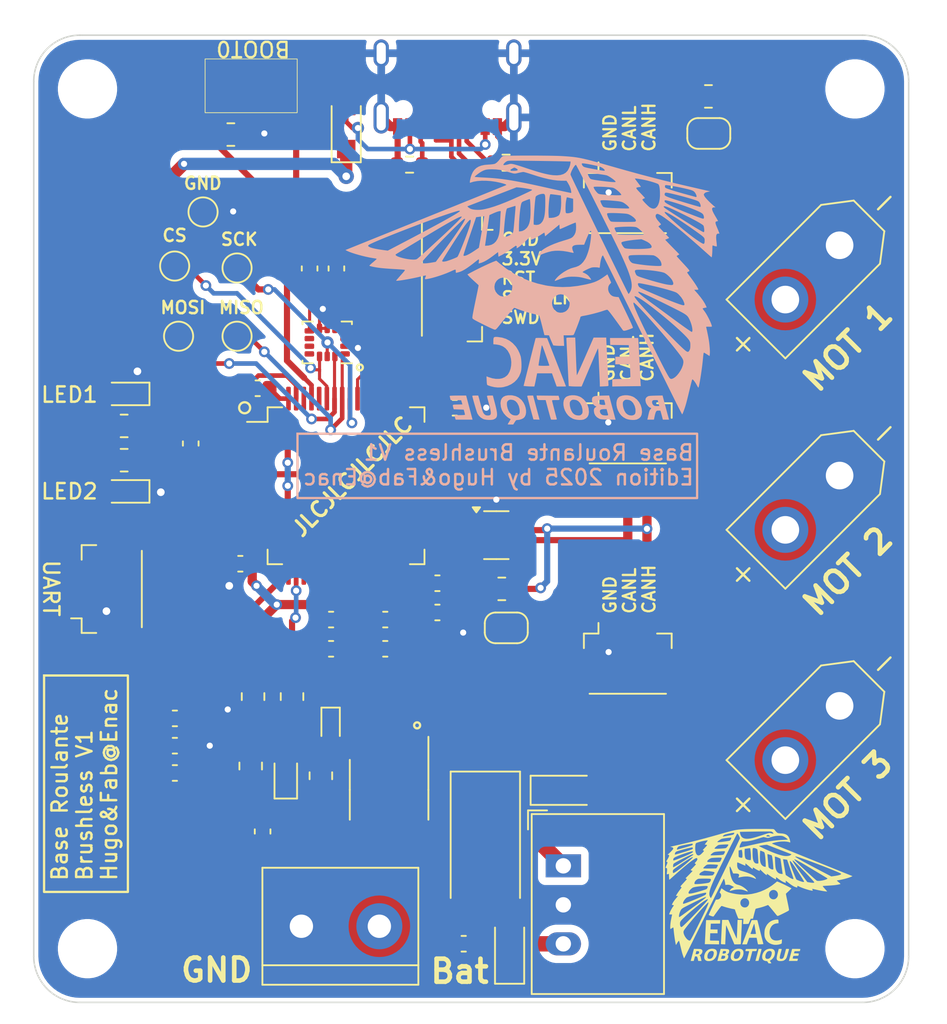
<source format=kicad_pcb>
(kicad_pcb (version 20240108) (generator "pcbnew") (generator_version "8.0")
  (layers (0 "F.Cu" signal) (31 "B.Cu" signal) (34 "B.Paste" user) (35 "F.Paste" user) (36 "B.SilkS" user "B.Silkscreen") (37 "F.SilkS" user "F.Silkscreen") (38 "B.Mask" user) (39 "F.Mask" user) (44 "Edge.Cuts" user))
  (net 0 "")
  (net 1 "+BATT")
  (net 2 "GND")
  (net 3 "+3.3V")
  (net 4 "+5V")
  (net 5 "Net-(D2-A)")
  (net 6 "VBUS")
  (net 7 "CAN_HIGH")
  (net 8 "Net-(JP1-B)")
  (net 11 "RST")
  (net 12 "SWCLK")
  (net 13 "SWDIO")
  (net 14 "USB_DP")
  (net 15 "USB_DM")
  (net 19 "MEAS_VBAT")
  (net 20 "LED2")
  (net 21 "/BOOT 0")
  (net 22 "LED1")
  (net 23 "SPI1_SCK")
  (net 24 "SPI1_MISO")
  (net 25 "SPI1_MOSI")
  (net 26 "SPI1_CS_IMU")
  (net 31 "OSCILATEUR")
  (net 44 "CAN_RX")
  (net 48 "CAN_TX")
  (net 51 "IMU_INT1")
  (net 55 "Net-(ALIM1-Pin_2)")
  (net 59 "Net-(LED1-A)")
  (net 60 "Net-(LED2-A)")
  (net 63 "CAN_LOW")
  (net 64 "Net-(D1-K)")
  (net 67 "Net-(Q2-G)")
  (net 68 "Net-(USB-C1-CC1)")
  (net 69 "Net-(USB-C1-CC2)")
  (net 72 "Net-(D5-A)")
  (net 74 "UART2_TX")
  (net 75 "UART2_RX")
  (net 76 "Net-(JP2-A)")
  (footprint "LED_SMD:LED_0603_1608Metric_Pad1.05x0.95mm_HandSolder" (layer "F.Cu") (at 103.378 112.214 180)
    (property "Reference" "LED2")
    (property "Value" "LED2" (hide yes))
  )
  (footprint "TestPoint:TestPoint_Pad_D1.5mm" (layer "F.Cu") (at 110.744 102.108)
    (property "Reference" "TP_MISO1" (hide yes))
    (property "Value" "TestPoint" (hide yes))
  )
  (footprint "Capacitor_SMD:C_0603_1608Metric" (layer "F.Cu") (at 124.928 106.767 180)
    (property "Reference" "C8" (hide yes))
    (property "Value" "100n" (hide yes))
  )
  (footprint "Resistor_SMD:R_0805_2012Metric" (layer "F.Cu") (at 111.787 125.5795 -90)
    (property "Reference" "R4" (hide yes))
    (property "Value" "10k")
  )
  (footprint "Package_SO:SOIC-8_3.9x4.9mm_P1.27mm" (layer "F.Cu") (at 120.65 131.649 -90)
    (property "Reference" "Q2" (hide yes))
    (property "Value" "IRF7424" (hide yes))
  )
  (footprint "Capacitor_SMD:C_0603_1608Metric" (layer "F.Cu") (at 115.4715 97.695 -90)
    (property "Reference" "C16" (hide yes))
    (property "Value" "100n" (hide yes))
  )
  (footprint "Capacitor_SMD:C_0603_1608Metric" (layer "F.Cu") (at 116.87 122.468 180)
    (property "Reference" "C14" (hide yes))
    (property "Value" "100n")
  )
  (footprint "ENAC_robotique:USB-C_HRO_C-31-M-12" (layer "F.Cu") (at 124.456 83.676 180)
    (property "Reference" "USB-C1")
    (property "Value" "USB-C_12pin")
  )
  (footprint "ENAC_robotique:LM3940IMP" (layer "F.Cu") (at 107.442 136.246 -90)
    (property "Reference" "Transfo5->3.3")
    (property "Value" "LM3940IMP-3.3" (hide yes))
  )
  (footprint "Jumper:SolderJumper-2_P1.3mm_Open_RoundedPad1.0x1.5mm" (layer "F.Cu") (at 128.285 121.104 180)
    (property "Reference" "JP1" (hide yes))
    (property "Value" "SolderJumper_2_Open" (hide yes))
  )
  (footprint "Connector_Molex:Molex_PicoBlade_53398-0371_1x03-1MP_P1.25mm_Vertical" (layer "F.Cu") (at 136.2 92.684)
    (property "Reference" "J1" (hide yes))
    (property "Value" "Conn_01x03_Pin" (hide yes))
  )
  (footprint "MountingHole:MountingHole_3.2mm_M3" (layer "F.Cu") (at 101 142)
    (property "Reference" "H4" (hide yes))
    (property "Value" "MountingHole" (hide yes))
  )
  (footprint "TestPoint:TestPoint_Pad_D1.5mm" (layer "F.Cu") (at 110.744 97.663)
    (property "Reference" "TP_SCK1" (hide yes))
    (property "Value" "TestPoint" (hide yes))
  )
  (footprint "Resistor_SMD:R_0805_2012Metric" (layer "F.Cu") (at 111.633 130.1015 90)
    (property "Reference" "R5" (hide yes))
    (property "Value" "osef")
  )
  (footprint "Connector_AMASS:AMASS_XT30UPB-F_1x02_P5.0mm_Vertical" (layer "F.Cu") (at 150 126.184 -135)
    (property "Reference" "MOT3" (hide yes))
    (property "Value" "MOT3" (hide yes))
  )
  (footprint "Capacitor_SMD:C_0603_1608Metric" (layer "F.Cu") (at 123.798 118.197 180)
    (property "Reference" "C9" (hide yes))
    (property "Value" "100n")
  )
  (footprint "ENAC_robotique:SWITCH_DTSM31NV" (layer "F.Cu") (at 111.662 85.798 180)
    (property "Reference" "SWITCH1" (hide yes))
    (property "Value" "SW_Push" (hide yes))
  )
  (footprint "Diode_SMD:Nexperia_CFP3_SOD-123W" (layer "F.Cu") (at 128.5 142.023 90)
    (property "Reference" "D2" (hide yes))
    (property "Value" "D" (hide yes))
  )
  (footprint "Capacitor_SMD:C_0603_1608Metric" (layer "F.Cu") (at 120.4 122.468 180)
    (property "Reference" "C12" (hide yes))
    (property "Value" "10n")
  )
  (footprint "Resistor_SMD:R_0805_2012Metric" (layer "F.Cu") (at 116.205 130.7365 -90)
    (property "Reference" "R2" (hide yes))
    (property "Value" "10k")
  )
  (footprint "MountingHole:MountingHole_3.2mm_M3" (layer "F.Cu") (at 151 86)
    (property "Reference" "H2" (hide yes))
    (property "Value" "MountingHole" (hide yes))
  )
  (footprint "Resistor_SMD:R_0603_1608Metric" (layer "F.Cu") (at 121.983 90.932 180)
    (property "Reference" "R8" (hide yes))
    (property "Value" "5.1K")
  )
  (footprint "Diode_SMD:D_SOD-523" (layer "F.Cu") (at 116.84 127.446 -90)
    (property "Reference" "ZENER1" (hide yes))
    (property "Value" "D_Zener" (hide yes))
  )
  (footprint "TestPoint:TestPoint_Pad_D1.5mm" (layer "F.Cu") (at 108.529 94.013)
    (property "Reference" "TP_GND1" (hide yes))
    (property "Value" "TestPoint" (hide yes))
  )
  (footprint "Package_QFP:LQFP-64_10x10mm_P0.5mm" (layer "F.Cu") (at 117.844 111.847)
    (property "Reference" "U1" (hide yes))
    (property "Value" "STM32G484RETx" (hide yes))
  )
  (footprint "Capacitor_SMD:C_0603_1608Metric" (layer "F.Cu") (at 106.693 130.556)
    (property "Reference" "C22" (hide yes))
    (property "Value" "10u" (hide yes))
  )
  (footprint "LED_SMD:LED_0603_1608Metric" (layer "F.Cu") (at 113.919 130.7345 90)
    (property "Reference" "D5" (hide yes))
    (property "Value" "LED_ALIM" (hide yes))
  )
  (footprint "MountingHole:MountingHole_3.2mm_M3" (layer "F.Cu") (at 151 142)
    (property "Reference" "H3" (hide yes))
    (property "Value" "MountingHole" (hide yes))
  )
  (footprint "Capacitor_Tantalum_SMD:CP_EIA-7343-31_Kemet-D_Pad2.25x2.55mm_HandSolder" (layer "F.Cu") (at 126.92 135.049 -90)
    (property "Reference" "C23" (hide yes))
    (property "Value" "100u")
  )
  (footprint "Resistor_SMD:R_0603_1608Metric" (layer "F.Cu") (at 128.27 90.805)
    (property "Reference" "R7" (hide yes))
    (property "Value" "5.1K")
  )
  (footprint "Capacitor_SMD:C_0603_1608Metric" (layer "F.Cu") (at 123.798 120.102 180)
    (property "Reference" "C11" (hide yes))
    (property "Value" "4.7u")
  )
  (footprint "Resistor_SMD:R_0805_2012Metric" (layer "F.Cu") (at 114.327 125.5795 90)
    (property "Reference" "R3" (hide yes))
    (property "Value" "53k")
  )
  (footprint "Connector_Molex:Molex_PicoBlade_53398-0371_1x03-1MP_P1.25mm_Vertical" (layer "F.Cu") (at 101.83 118.574 90)
    (property "Reference" "UART1" (hide yes))
    (property "Value" "Conn_01x03_Pin" (hide yes))
  )
  (footprint "Capacitor_SMD:C_0603_1608Metric" (layer "F.Cu") (at 117.2165 97.695 -90)
    (property "Reference" "C17" (hide yes))
    (property "Value" "100n")
  )
  (footprint "Capacitor_SMD:C_0603_1608Metric" (layer "F.Cu") (at 106.693 128.778)
    (property "Reference" "C21" (hide yes))
    (property "Value" "10u" (hide yes))
  )
  (footprint "Capacitor_SMD:C_0603_1608Metric" (layer "F.Cu") (at 116.87 120.563 180)
    (property "Reference" "C15" (hide yes))
    (property "Value" "1u")
  )
  (footprint "ENAC_robotique:logo_enac_mini" (layer "F.Cu") (at 143.764 138.176)
    (property "Reference" "G***" (hide yes))
    (property "Value" "LOGO" (hide yes))
  )
  (footprint "Converter_DCDC:Converter_DCDC_RECOM_R-78E-0.5_THT" (layer "F.Cu") (at 132 136.604 -90)
    (property "Reference" "Transfo18->5" (hide yes))
    (property "Value" "R-78E5.0-1.0" (hide yes))
  )
  (footprint "TestPoint:TestPoint_Pad_D1.5mm" (layer "F.Cu") (at 106.934 102.108)
    (property "Reference" "TP_MOSI1" (hide yes))
    (property "Value" "TestPoint" (hide yes))
  )
  (footprint "Capacitor_SMD:C_0603_1608Metric" (layer "F.Cu") (at 125.51 141.678 180)
    (property "Reference" "C24" (hide yes))
    (property "Value" "10u")
  )
  (footprint "ENAC_robotique:Osc_ASCO" (layer "F.Cu") (at 109.836 109.686 -90)
    (property "Reference" "QUARTZ1" (hide yes))
    (property "Value" "ASCO" (hide yes))
  )
  (footprint "Connector_AMASS:AMASS_XT30UPB-F_1x02_P5.0mm_Vertical" (layer "F.Cu") (at 150 111.184 -135)
    (property "Reference" "MOT2" (hide yes))
    (property "Value" "MOT3" (hide yes))
  )
  (footprint "LED_SMD:LED_0603_1608Metric_Pad1.05x0.95mm_HandSolder" (layer "F.Cu") (at 103.378 105.864 180)
    (property "Reference" "LED1")
    (property "Value" "LED1" (hide yes))
  )
  (footprint "Resistor_SMD:R_0805_2012Metric" (layer "F.Cu") (at 127.9925 118.564)
    (property "Reference" "R1" (hide yes))
    (property "Value" "120")
  )
  (footprint "Capacitor_SMD:C_0603_1608Metric" (layer "F.Cu") (at 107.726 109.095 -90)
    (property "Reference" "C18" (hide yes))
    (property "Value" "100n")
  )
  (footprint "Capacitor_SMD:C_0603_1608Metric" (layer "F.Cu") (at 110.958 116.927)
    (property "Reference" "C7" (hide yes))
    (property "Value" "100n")
  )
  (footprint "Connector_Molex:Molex_PicoBlade_53398-0371_1x03-1MP_P1.25mm_Vertical" (layer "F.Cu") (at 136.2 107.684)
    (property "Reference" "J2" (hide yes))
    (property "Value" "Conn_01x03_Pin" (hide yes))
  )
  (footprint "TerminalBlock:TerminalBlock_bornier-2_P5.08mm" (layer "F.Cu") (at 114.935 140.539)
    (property "Reference" "ALIM1" (hide yes))
    (property "Value" "ALIM" (hide yes))
  )
  (footprint "Capacitor_SMD:C_0603_1608Metric" (layer "F.Cu") (at 112.088 105.497)
    (property "Reference" "C10" (hide yes))
    (property "Value" "100n")
  )
  (footprint "Resistor_SMD:R_0805_2012Metric" (layer "F.Cu") (at 141.4545 86.487)
    (property "Reference" "R11" (hide yes))
    (property "Value" "120")
  )
  (footprint "Capacitor_SMD:C_0603_1608Metric" (layer "F.Cu") (at 106.693 127)
    (property "Reference" "C20" (hide yes))
    (property "Value" "10u")
  )
  (footprint "Diode_SMD:Nexperia_CFP3_SOD-123W" (layer "F.Cu") (at 117.856 88.516 90)
    (property "Reference" "D3" (hide yes))
    (property "Value" "D" (hide yes))
  )
  (footprint "Capacitor_SMD:C_0603_1608Metric" (layer "F.Cu") (at 120.4 120.563 180)
    (property "Reference" "C13" (hide yes))
    (property "Value" "1u")
  )
  (footprint "Connector_AMASS:AMASS_XT30UPB-F_1x02_P5.0mm_Vertical" (layer "F.Cu") (at 150 96.184 -135)
    (property "Reference" "MOT1" (hide yes))
    (property "Value" "MOT3" (hide yes))
  )
  (footprint "Jumper:SolderJumper-2_P1.3mm_Open_RoundedPad1.0x1.5mm" (layer "F.Cu") (at 141.478 88.9 180)
    (property "Reference" "JP2" (hide yes))
    (property "Value" "SolderJumper_2_Open" (hide yes))
  )
  (footprint "Diode_SMD:Nexperia_CFP3_SOD-123W" (layer "F.Cu") (at 132.13 131.684)
    (property "Reference" "D1" (hide yes))
    (property "Value" "D" (hide yes))
  )
  (footprint "Resistor_SMD:R_0805_2012Metric" (layer "F.Cu") (at 103.3875 110.182 180)
    (property "Reference" "R6" (hide yes))
    (property "Value" "osef" (hide yes))
  )
  (footprint "Package_TO_SOT_SMD:SOT-23-8" (layer "F.Cu") (at 127.635 115.064)
    (property "Reference" "U2" (hide yes))
    (property "Value" "TCAN332G" (hide yes))
  )
  (footprint "MountingHole:MountingHole_3.2mm_M3" (layer "F.Cu") (at 101 86)
    (property "Reference" "H1" (hide yes))
    (property "Value" "MountingHole" (hide yes))
  )
  (footprint "Resistor_SMD:R_0805_2012Metric" (layer "F.Cu") (at 103.3875 107.95 180)
    (property "Reference" "R10" (hide yes))
    (property "Value" "osef")
  )
  (footprint "Connector_Molex:Molex_PicoBlade_53398-0571_1x05-1MP_P1.25mm_Vertical" (layer "F.Cu") (at 125.496 98.338 -90)
    (property "Reference" "DEBUG1" (hide yes))
    (property "Value" "DEBUG")
  )
  (footprint "Connector_Molex:Molex_PicoBlade_53398-0371_1x03-1MP_P1.25mm_Vertical" (layer "F.Cu") (at 136.2 122.684)
    (property "Reference" "J3" (hide yes))
    (property "Value" "Conn_01x03_Pin" (hide yes))
  )
  (footprint "Package_LGA:LGA-14_3x2.5mm_P0.5mm_LayoutBorder3x4y" (layer "F.Cu") (at 116.6175 102.51 180)
    (property "Reference" "IMU1" (hide yes))
    (property "Value" "LSM6DSL" (hide yes))
  )
  (footprint "Capacitor_SMD:C_0603_1608Metric" (layer "F.Cu") (at 112.409 134.366 -90)
    (property "Reference" "C19" (hide yes))
    (property "Value" "470n")
  )
  (footprint "Resistor_SMD:R_0805_2012Metric" (layer "F.Cu") (at 110.3395 88.973)
    (property "Reference" "R9" (hide yes))
    (property "Value" "40K")
  )
  (footprint "TestPoint:TestPoint_Pad_D1.5mm" (layer "F.Cu") (at 106.68 97.536)
    (property "Reference" "TP_CS1" (hide yes))
    (property "Value" "TestPoint" (hide yes))
  )
  (footprint "ENAC_robotique:logo_enac_moyen" (layer "B.Cu") (at 131.953 98.298 180)
    (property "Reference" "G***" (hide yes))
    (property "Value" "LOGO" (hide yes))
  )
  (gr_rect (start 114.681 108.458) (end 140.716 112.649) (stroke (width 0.15)) (fill none) (layer "B.SilkS"))
  (gr_rect (start 98.171 124.206) (end 103.632 138.303) (stroke (width 0.15)) (fill none) (layer "F.SilkS"))
  (gr_circle (center 122.475 127.454) (end 122.602 127.30521) (stroke (width 0.15)) (fill none) (layer "F.SilkS"))
  (gr_circle (center 111.238 106.767) (end 111.492 106.513) (stroke (width 0.15)) (fill none) (layer "F.SilkS"))
  (gr_circle (center 118.745 104.14) (end 118.872 103.99121) (stroke (width 0.15)) (fill none) (layer "F.SilkS"))
  (gr_arc (start 151.5 82.5) (mid 153.62132 83.37868) (end 154.5 85.5) (stroke (width 0.1)) (layer "Edge.Cuts"))
  (gr_line (start 154.5 85.5) (end 154.5 142.5) (stroke (width 0.1)) (layer "Edge.Cuts"))
  (gr_line (start 97.5 142.5) (end 97.5 85.5) (stroke (width 0.1)) (layer "Edge.Cuts"))
  (gr_arc (start 97.5 85.5) (mid 98.37868 83.37868) (end 100.5 82.5) (stroke (width 0.1)) (layer "Edge.Cuts"))
  (gr_arc (start 154.5 142.5) (mid 153.62132 144.62132) (end 151.5 145.5) (stroke (width 0.1)) (layer "Edge.Cuts"))
  (gr_line (start 151.5 145.5) (end 100.5 145.5) (stroke (width 0.1)) (layer "Edge.Cuts"))
  (gr_line (start 100.5 82.5) (end 151.5 82.5) (stroke (width 0.1)) (layer "Edge.Cuts"))
  (gr_arc (start 100.5 145.5) (mid 98.37868 144.62132) (end 97.5 142.5) (stroke (width 0.1)) (layer "Edge.Cuts"))
  (gr_text "Base Roulante Brushless V1 \nEdition 2025 by Hugo&Fab@Enac" (at 140.589 111.887 0) (layer "B.SilkS") (effects (font (size 1 1) (thickness 0.16)) (justify left bottom mirror)))
  (gr_text "RST" (at 127.889 98.806 0) (layer "F.SilkS") (effects (font (size 0.8 0.8)) (justify left bottom)))
  (gr_text "Bat" (at 123.19 144.349 0) (layer "F.SilkS") (effects (font (size 1.5 1.5) (thickness 0.3) (bold yes)) (justify left bottom)))
  (gr_text "Base Roulante \nBrushless V1 \nHugo&Fab@Enac" (at 103 137.668 90) (layer "F.SilkS") (effects (font (size 1 1) (thickness 0.16)) (justify left bottom)))
  (gr_text "GND" (at 135.382 105.156 90) (layer "F.SilkS") (effects (font (size 0.8 0.8)) (justify left bottom)))
  (gr_text "SWDCLK" (at 127.889 100.076 0) (layer "F.SilkS") (effects (font (size 0.8 0.8)) (justify left bottom)))
  (gr_text "GND" (at 106.934 144.272 0) (layer "F.SilkS") (effects (font (size 1.5 1.5) (thickness 0.3) (bold yes)) (justify left bottom)))
  (gr_text "BOOT0" (at 114.3 82.804 180) (layer "F.SilkS") (effects (font (size 1 1) (thickness 0.153) (bold yes)) (justify left bottom)))
  (gr_text "SWDIO" (at 127.889 101.346 0) (layer "F.SilkS") (effects (font (size 0.8 0.8)) (justify left bottom)))
  (gr_text "MISO" (at 109.474 100.711 0) (layer "F.SilkS") (effects (font (size 0.8 0.8) (thickness 0.16)) (justify left bottom)))
  (gr_text "UART" (at 98.044 116.586 -90) (layer "F.SilkS") (effects (font (size 1 1) (thickness 0.16)) (justify left bottom)))
  (gr_text "CS" (at 105.791 96.012 0) (layer "F.SilkS") (effects (font (size 0.8 0.8) (thickness 0.16)) (justify left bottom)))
  (gr_text "MOT 3" (at 150.535534 132.018466 45) (layer "F.SilkS") (effects (font (size 1.5 1.5) (thickness 0.3) (bold yes))))
  (gr_text "SCK" (at 109.601 96.266 0) (layer "F.SilkS") (effects (font (size 0.8 0.8) (thickness 0.16)) (justify left bottom)))
  (gr_text "CANL" (at 136.779 90.17 90) (layer "F.SilkS") (effects (font (size 0.8 0.8)) (justify left bottom)))
  (gr_text "CANH" (at 138.049 120.269 90) (layer "F.SilkS") (effects (font (size 0.8 0.8)) (justify left bottom)))
  (gr_text "GND" (at 107.188 92.616 0) (layer "F.SilkS") (effects (font (size 0.8 0.8) (thickness 0.16)) (justify left bottom)))
  (gr_text "CANH" (at 137.922 105.156 90) (layer "F.SilkS") (effects (font (size 0.8 0.8)) (justify left bottom)))
  (gr_text "CANL" (at 136.779 120.269 90) (layer "F.SilkS") (effects (font (size 0.8 0.8)) (justify left bottom)))
  (gr_text "GND" (at 127.889 96.266 0) (layer "F.SilkS") (effects (font (size 0.8 0.8)) (justify left bottom)))
  (gr_text "3.3V" (at 127.889 97.536 0) (layer "F.SilkS") (effects (font (size 0.8 0.8)) (justify left bottom)))
  (gr_text "GND" (at 135.509 120.269 90) (layer "F.SilkS") (effects (font (size 0.8 0.8)) (justify left bottom)))
  (gr_text "MOT 1" (at 150.535534 102.808466 45) (layer "F.SilkS") (effects (font (size 1.5 1.5) (thickness 0.3) (bold yes))))
  (gr_text "CANL" (at 136.652 105.156 90) (layer "F.SilkS") (effects (font (size 0.8 0.8)) (justify left bottom)))
  (gr_text "GND" (at 135.509 90.17 90) (layer "F.SilkS") (effects (font (size 0.8 0.8)) (justify left bottom)))
  (gr_text "JLCJLCJLCJLC" (at 114.935 115.389 45) (layer "F.SilkS") (effects (font (size 1 1) (thickness 0.2) (bold yes)) (justify left bottom)))
  (gr_text "CANH" (at 138.049 90.17 90) (layer "F.SilkS") (effects (font (size 0.8 0.8)) (justify left bottom)))
  (gr_text "MOSI" (at 105.664 100.711 0) (layer "F.SilkS") (effects (font (size 0.8 0.8) (thickness 0.16)) (justify left bottom)))
  (gr_text "MOT 2" (at 150.535534 117.413466 45) (layer "F.SilkS") (effects (font (size 1.5 1.5) (thickness 0.3) (bold yes))))
  (segment (start 111.313 105.497) (end 109.183882 105.497) (width 0.4) (layer "F.Cu") (net 2))
  (segment (start 130.064 139.144) (end 132 139.144) (width 1) (layer "F.Cu") (net 2))
  (segment (start 112.409 135.141) (end 112.409 138.013) (width 1) (layer "F.Cu") (net 2))
  (segment (start 104.253 105.864) (end 104.253 104.394) (width 0.6) (layer "F.Cu") (net 2))
  (segment (start 126.973 106.767) (end 126.98 106.76) (width 0.6) (layer "F.Cu") (net 2))
  (segment (start 124.573 120.102) (end 124.573 118.197) (width 1) (layer "F.Cu") (net 2))
  (segment (start 124.735 141.678) (end 124.735 140.434) (width 1) (layer "F.Cu") (net 2))
  (segment (start 114.594 106.172) (end 114.594 105.29388) (width 0.3) (layer "F.Cu") (net 2))
  (segment (start 107.726 109.87) (end 107.726 109.614408) (width 0.3) (layer "F.Cu") (net 2))
  (segment (start 119.094 116.64388) (end 119.34088 116.397) (width 0.3) (layer "F.Cu") (net 2))
  (segment (start 116.6175 101.5975) (end 116.1175 101.5975) (width 0.2) (layer "F.Cu") (net 2))
  (segment (start 121.619 95.838) (end 126.746 95.838) (width 0.6) (layer "F.Cu") (net 2))
  (segment (start 121.175 122.468) (end 121.175 120.563) (width 0.8) (layer "F.Cu") (net 2))
  (segment (start 110.183 118.311) (end 110.236 118.364) (width 0.6) (layer "F.Cu") (net 2))
  (segment (start 106.851 107.829882) (end 106.865645 107.815237) (width 0.4) (layer "F.Cu") (net 2))
  (segment (start 126.92 138.249) (end 129.169 138.249) (width 1) (layer "F.Cu") (net 2))
  (segment (start 128.181 88.451) (end 128.776 87.856) (width 0.6) (layer "F.Cu") (net 2))
  (segment (start 121.158 95.157) (end 121.158 90.932) (width 0.6) (layer "F.Cu") (net 2))
  (segment (start 112.138 104.672) (end 111.313 105.497) (width 0.3) (layer "F.Cu") (net 2))
  (segment (start 127.706 88.451) (end 128.181 88.451) (width 0.6) (layer "F.Cu") (net 2))
  (segment (start 111.252 88.973) (end 112.449 88.973) (width 0.4) (layer "F.Cu") (net 2))
  (segment (start 112.409 138.013) (end 114.935 140.539) (width 1) (layer "F.Cu") (net 2))
  (segment (start 100.58 119.824) (end 102.044 119.824) (width 0.6) (layer "F.Cu") (net 2))
  (segment (start 117.2165 96.92) (end 119.395 96.92) (width 0.6) (layer "F.Cu") (net 2))
  (segment (start 129.095 90.487) (end 129.095 90.805) (width 0.3) (layer "F.Cu") (net 2))
  (segment (start 116.205 131.649) (end 114.046 131.649) (width 1) (layer "F.Cu") (net 2))
  (segment (start 127.5008 114.739) (end 127.635 114.6048) (width 0.3) (layer "F.Cu") (net 2))
  (segment (start 107.442 130.582) (end 107.468 130.556) (width 0.8) (layer "F.Cu") (net 2))
  (segment (start 127.706 88.451) (end 127.706 89.098) (width 0.3) (layer "F.Cu") (net 2))
  (segment (start 134.95 107.7) (end 134.93 107.72) (width 0.6) (layer "F.Cu") (net 2))
  (segment (start 124.39712 108.597) (end 125.703 107.29112) (width 0.3) (layer "F.Cu") (net 2))
  (segment (start 119.094 117.522) (end 119.094 116.64388) (width 0.3) (layer "F.Cu") (net 2))
  (segment (start 107.442 139.396) (end 113.792 139.396) (width 1) (layer "F.Cu") (net 2))
  (segment (start 121.094 117.522) (end 121.094 120.482) (width 0.3) (layer "F.Cu") (net 2))
  (segment (start 129.169 138.249) (end 130.064 139.144) (width 1) (layer "F.Cu") (net 2))
  (segment (start 113.97212 104.672) (end 112.138 104.672) (width 0.3) (layer "F.Cu") (net 2))
  (segment (start 121.094 116.64388) (end 121.094 117.522) (width 0.3) (layer "F.Cu") (net 2))
  (segment (start 121.175 122.468) (end 122.207 122.468) (width 0.6) (layer "F.Cu") (net 2))
  (segment (start 127.635 114.6048) (end 127.635 112.7506) (width 0.3) (layer "F.Cu") (net 2))
  (segment (start 121.206 88.451) (end 121.206 90.884) (width 0.4) (layer "F.Cu") (net 2))
  (segment (start 120.731 88.451) (end 120.136 87.856) (width 0.6) (layer "F.Cu") (net 2))
  (segment (start 126.4975 114.739) (end 127.5008 114.739) (width 0.3) (layer "F.Cu") (net 2))
  (segment (start 105.723 112.214) (end 105.777 112.268) (width 0.6) (layer "F.Cu") (net 2))
  (segment (start 134.95 106.434) (end 134.95 107.7) (width 0.6) (layer "F.Cu") (net 2))
  (segment (start 114.594 105.29388) (end 113.97212 104.672) (width 0.3) (layer "F.Cu") (net 2))
  (segment (start 118.508 102.76) (end 118.618 102.87) (width 0.2) (layer "F.Cu") (net 2))
  (segment (start 121.206 88.451) (end 120.731 88.451) (width 0.6) (layer "F.Cu") (net 2))
  (segment (start 112.449 88.973) (end 112.522 88.9) (width 0.4) (layer "F.Cu") (net 2))
  (segment (start 111.29088 115.097) (end 110.183 116.20488) (width 0.3) (layer "F.Cu") (net 2))
  (segment (start 113.792 139.396) (end 114.935 140.539) (width 1) (layer "F.Cu") (net 2))
  (segment (start 112.409 135.141) (end 112.884 135.141) (width 1) (layer "F.Cu") (net 2))
  (segment (start 120.6 124) (end 121.175 123.425) (width 0.8) (layer "F.Cu") (net 2))
  (segment (start 108.092 110.236) (end 107.726 109.87) (width 0.4) (layer "F.Cu") (net 2))
  (segment (start 116.095 120.563) (end 116.095 122.468) (width 0.8) (layer "F.Cu") (net 2))
  (segment (start 104.914408 105.864) (end 106.865645 107.815237) (width 0.4) (layer "F.Cu") (net 2))
  (segment (start 110.183 116.20488) (end 110.183 116.927) (width 0.3) (layer "F.Cu") (net 2))
  (segment (start 121.206 90.884) (end 121.158 90.932) (width 0.4) (layer "F.Cu") (net 2))
  (segment (start 124.573 120.102) (end 124.573 120.509) (width 0.6) (layer "F.Cu") (net 2))
  (segment (start 124.573 120.509) (end 125.476 121.412) (width 0.6) (layer "F.Cu") (net 2))
  (segment (start 102.044 119.824) (end 102.235 120.015) (width 0.6) (layer "F.Cu") (net 2))
  (segment (start 115.4715 96.92) (end 117.2165 96.92) (width 0.6) (layer "F.Cu") (net 2))
  (segment (start 107.442 133.096) (end 107.442 130.582) (width 0.8) (layer "F.Cu") (net 2))
  (segment (start 110.209 126.492) (end 110.136 126.419) (width 0.6) (layer "F.Cu") (net 2))
  (segment (start 119.395 96.92) (end 121.158 95.157) (width 0.6) (layer "F.Cu") (net 2))
  (segment (start 110.457 94.013) (end 110.49 93.98) (width 0.4) (layer "F.Cu") (net 2))
  (segment (start 123.519 108.597) (end 124.39712 108.597) (width 0.3) (layer "F.Cu") (net 2))
  (segment (start 109.436 110.236) (end 108.092 110.236) (width 0.4) (layer "F.Cu") (net 2))
  (segment (start 114.046 131.649) (end 113.919 131.522) (width 1) (layer "F.Cu") (net 2))
  (segment (start 134.95 91.434) (end 134.95 92.74) (width 0.6) (layer "F.Cu") (net 2))
  (segment (start 121.175 123.425) (end 121.175 122.468) (width 0.8) (layer "F.Cu") (net 2))
  (segment (start 104.914408 105.864) (end 104.253 105.864) (width 0.4) (layer "F.Cu") (net 2))
  (segment (start 125.703 106.767) (end 126.973 106.767) (width 0.6) (layer "F.Cu") (net 2))
  (segment (start 117.78 102.76) (end 118.508 102.76) (width 0.2) (layer "F.Cu") (net 2))
  (segment (start 127.706 89.098) (end 129.095 90.487) (width 0.3) (layer "F.Cu") (net 2))
  (segment (start 113.919 134.106) (end 113.919 131.522) (width 1) (layer "F.Cu") (net 2))
  (segment (start 106.851 108.995) (end 106.851 107.829882) (width 0.4) (layer "F.Cu") (net 2))
  (segment (start 110.183 116.927) (end 110.183 118.311) (width 0.6) (layer "F.Cu") (net 2))
  (segment (start 121.094 120.482) (end 121.175 120.563) (width 0.3) (layer "F.Cu") (net 2))
  (segment (start 134.95 121.434) (end 134.95 122.68) (width 0.6) (layer "F.Cu") (net 2))
  (segment (start 112.169 115.097) (end 111.29088 115.097) (width 0.3) (layer "F.Cu") (net 2))
  (segment (start 116.1175 101.5975) (end 116.1175 100.5445) (width 0.2) (layer "F.Cu") (net 2))
  (segment (start 116.095 123.495) (end 116.6 124) (width 0.8) (layer "F.Cu") (net 2))
  (segment (start 107.468 128.778) (end 108.966 128.778) (width 0.8) (layer "F.Cu") (net 2))
  (segment (start 107.468 127) (end 107.468 130.556) (width 0.8) (layer "F.Cu") (net 2))
  (segment (start 107.726 109.87) (end 106.851 108.995) (width 0.4) (layer "F.Cu") (net 2))
  (segment (start 116.095 122.468) (end 116.095 123.495) (width 0.8) (layer "F.Cu") (net 2))
  (segment (start 108.529 94.013) (end 110.457 94.013) (width 0.4) (layer "F.Cu") (net 2))
  (segment (start 116.6 124) (end 120.6 124) (width 0.8) (layer "F.Cu") (net 2))
  (segment (start 109.183882 105.497) (end 106.851 107.829882) (width 0.4) (layer "F.Cu") (net 2))
  (segment (start 121.158 88.499) (end 121.206 88.451) (width 0.4) (layer "F.Cu") (net 2))
  (segment (start 119.34088 116.397) (end 120.84712 116.397) (width 0.3) (layer "F.Cu") (net 2))
  (segment (start 112.884 135.141) (end 113.919 134.106) (width 1) (layer "F.Cu") (net 2))
  (segment (start 104.253 112.214) (end 105.723 112.214) (width 0.6) (layer "F.Cu") (net 2))
  (segment (start 111.787 126.492) (end 110.209 126.492) (width 0.6) (layer "F.Cu") (net 2))
  (segment (start 117.78 102.26) (end 117.78 102.76) (width 0.2) (layer "F.Cu") (net 2))
  (segment (start 121.158 95.377) (end 121.619 95.838) (width 0.6) (layer "F.Cu") (net 2))
  (segment (start 107.468 127) (end 107.468 126.666) (width 0.6) (layer "F.Cu") (net 2))
  (segment (start 122.207 122.468) (end 124.573 120.102) (width 0.6) (layer "F.Cu") (net 2))
  (segment (start 121.158 95.157) (end 121.158 95.377) (width 0.6) (layer "F.Cu") (net 2))
  (segment (start 125.703 107.29112) (end 125.703 106.767) (width 0.3) (layer "F.Cu") (net 2))
  (segment (start 116.1175 100.5445) (end 116.332 100.33) (width 0.2) (layer "F.Cu") (net 2))
  (segment (start 124.735 140.434) (end 126.92 138.249) (width 1) (layer "F.Cu") (net 2))
  (segment (start 120.84712 116.397) (end 121.094 116.64388) (width 0.3) (layer "F.Cu") (net 2))
  (via (at 110.136 126.419) (size 0.7) (drill 0.4) (layers "F.Cu" "B.Cu") (net 2))
  (via (at 125.476 121.412) (size 0.7) (drill 0.4) (layers "F.Cu" "B.Cu") (net 2))
  (via (at 134.95 92.74) (size 0.7) (drill 0.4) (layers "F.Cu" "B.Cu") (net 2))
  (via (at 126.98 106.76) (size 0.7) (drill 0.4) (layers "F.Cu" "B.Cu") (net 2))
  (via (at 116.332 100.33) (size 0.7) (drill 0.4) (layers "F.Cu" "B.Cu") (net 2))
  (via (at 134.93 107.72) (size 0.7) (drill 0.4) (layers "F.Cu" "B.Cu") (net 2))
  (via (at 134.95 122.68) (size 0.7) (drill 0.4) (layers "F.Cu" "B.Cu") (net 2))
  (via (at 110.236 118.364) (size 1) (drill 0.5) (layers "F.Cu" "B.Cu") (net 2))
  (via (at 105.777 112.268) (size 1) (drill 0.5) (layers "F.Cu" "B.Cu") (net 2))
  (via (at 108.966 128.778) (size 0.8) (drill 0.4) (layers "F.Cu" "B.Cu") (net 2))
  (via (at 118.618 102.87) (size 0.7) (drill 0.4) (layers "F.Cu" "B.Cu") (net 2))
  (via (at 127.635 112.7506) (size 0.8) (drill 0.4) (layers "F.Cu" "B.Cu") (net 2))
  (via (at 104.253 104.394) (size 1) (drill 0.5) (layers "F.Cu" "B.Cu") (net 2))
  (via (at 112.522 88.9) (size 0.7) (drill 0.4) (layers "F.Cu" "B.Cu") (net 2))
  (via (at 110.49 93.98) (size 0.7) (drill 0.4) (layers "F.Cu" "B.Cu") (net 2))
  (via (at 102.235 120.015) (size 1) (drill 0.5) (layers "F.Cu" "B.Cu") (net 2))
  (segment (start 123.3332 97.088) (end 126.746 97.088) (width 0.6) (layer "F.Cu") (net 3))
  (segment (start 123.698 117.0432) (end 123.023 117.7182) (width 0.3) (layer "F.Cu") (net 3))
  (segment (start 114.5965 85.8135) (end 114.5965 97.595) (width 0.4) (layer "F.Cu") (net 3))
  (segment (start 117.645 122.468) (end 117.645 120.563) (width 1) (layer "F.Cu") (net 3))
  (segment (start 128.897 105.037) (end 128.27 105.664) (width 0.3) (layer "F.Cu") (net 3))
  (segment (start 121.594 115.824) (end 121.594 117.522) (width 0.3) (layer "F.Cu") (net 3))
  (segment (start 128.897 98.925) (end 127.06 97.088) (width 0.3) (layer "F.Cu") (net 3))
  (segment (start 123.023 118.197) (end 123.023 120.102) (width 1) (layer "F.Cu") (net 3))
  (segment (start 119.594 120.532) (end 119.625 120.563) (width 0.3) (layer "F.Cu") (net 3))
  (segment (start 126.4975 115.389) (end 127.4794 115.389) (width 0.3) (layer "F.Cu") (net 3))
  (segment (start 115.455 101.76) (end 115.455 101.397068) (width 0.2) (layer "F.Cu") (net 3))
  (segment (start 127.06 97.088) (end 126.746 97.088) (width 0.3) (layer "F.Cu") (net 3))
  (segment (start 114.046 115.824) (end 121.594 115.824) (width 0.4) (layer "F.Cu") (net 3))
  (segment (start 111.733 116.033) (end 112.169 115.597) (width 0.3) (layer "F.Cu") (net 3))
  (segment (start 112.863 105.497) (end 112.863 107.021) (width 0.4) (layer "F.Cu") (net 3))
  (segment (start 113.538 106.172) (end 112.863 105.497) (width 0.3) (layer "F.Cu") (net 3))
  (segment (start 112.863 105.497) (end 110.236 108.124) (width 0.4) (layer "F.Cu") (net 3))
  (segment (start 120.094 117.522) (end 120.094 120.094) (width 0.3) (layer "F.Cu") (net 3))
  (segment (start 123.023 117.7182) (end 123.023 118.197) (width 0.3) (layer "F.Cu") (net 3))
  (segment (start 105.142 133.096) (end 105.142 131.332) (width 0.8) (layer "F.Cu") (net 3))
  (segment (start 127.4794 115.389) (end 127.6096 115.5192) (width 0.3) (layer "F.Cu") (net 3))
  (segment (start 115.4715 98.47) (end 117.2165 98.47) (width 0.6) (layer "F.Cu") (net 3))
  (segment (start 119.625 122.468) (end 117.645 122.468) (width 1) (layer "F.Cu") (net 3))
  (segment (start 128.27 105.664) (end 125.256 105.664) (width 0.3) (layer "F.Cu") (net 3))
  (segment (start 121.594 117.522) (end 122.348 117.522) (width 0.3) (layer "F.Cu") (net 3))
  (segment (start 113.33 119.588) (end 116.67 119.588) (width 0.6) (layer "F.Cu") (net 3))
  (segment (start 114.094 106.172) (end 113.538 106.172) (width 0.3) (layer "F.Cu") (net 3))
  (segment (start 110.236 108.124) (end 110.236 109.136) (width 0.4) (layer "F.Cu") (net 3))
  (segment (start 110.236 109.136) (end 109.436 109.136) (width 0.3) (layer "F.Cu") (net 3))
  (segment (start 117.1175 101.5975) (end 117.1175 98.569) (width 0.2) (layer "F.Cu") (net 3))
  (segment (start 115.4715 101.380568) (end 115.4715 98.47) (width 0.2) (layer "F.Cu") (net 3))
  (segment (start 115.455 101.397068) (end 115.4715 101.380568) (width 0.2) (layer "F.Cu") (net 3))
  (segment (start 119.625 120.563) (end 119.625 122.468) (width 1) (layer "F.Cu") (net 3))
  (segment (start 114.5965 97.595) (end 115.4715 98.47) (width 0.4) (layer "F.Cu") (net 3))
  (segment (start 127.6096 115.5192) (end 127.6096 116.6368) (width 0.3) (layer "F.Cu") (net 3))
  (segment (start 127.2032 117.0432) (end 123.698 117.0432) (width 0.3) (layer "F.Cu") (net 3))
  (segment (start 109.436 109.136) (end 108.542 109.136) (width 0.4) (layer "F.Cu") (net 3))
  (segment (start 123.519 108.097) (end 122.64088 108.097) (width 0.3) (layer "F.Cu") (net 3))
  (segment (start 111.733 116.927) (end 111.733 116.033) (width 0.3) (layer "F.Cu") (net 3))
  (segment (start 111.733 116.927) (end 111.733 118.083) (width 0.6) (layer "F.Cu") (net 3))
  (segment (start 112.943 116.927) (end 114.046 115.824) (width 0.4) (layer "F.Cu") (net 3))
  (segment (start 117.2165 98.47) (end 121.9512 98.47) (width 0.6) (layer "F.Cu") (net 3))
  (segment (start 105.918 127) (end 105.918 130.556) (width 0.8) (layer "F.Cu") (net 3))
  (segment (start 111.733 116.927) (end 112.943 116.927) (width 0.4) (layer "F.Cu") (net 3))
  (segment (start 112.863 107.021) (end 114.046 108.204) (width 0.4) (layer "F.Cu") (net 3))
  (segment (start 128.897 98.925) (end 128.897 105.037) (width 0.3) (layer "F.Cu") (net 3))
  (segment (start 108.542 109.136) (end 107.726 108.32) (width 0.4) (layer "F.Cu") (net 3))
  (segment (start 114.612 85.798) (end 114.5965 85.8135) (width 0.4) (layer "F.Cu") (net 3))
  (segment (start 119.594 117.522) (end 119.594 120.532) (width 0.3) (layer "F.Cu") (net 3))
  (segment (start 116.67 119.588) (end 117.645 120.563) (width 0.6) (layer "F.Cu") (net 3))
  (segment (start 122.348 117.522) (end 123.023 118.197) (width 0.3) (layer "F.Cu") (net 3))
  (segment (start 111.733 118.083) (end 112.014 118.364) (width 0.6) (layer "F.Cu") (net 3))
  (segment (start 105.142 131.332) (end 105.918 130.556) (width 0.8) (layer "F.Cu") (net 3))
  (segment (start 125.256 105.664) (end 124.153 106.767) (width 0.3) (layer "F.Cu") (net 3))
  (segment (start 120.094 120.094) (end 119.625 120.563) (width 0.3) (layer "F.Cu") (net 3))
  (segment (start 124.153 107.313) (end 123.519 107.947) (width 0.6) (layer "F.Cu") (net 3))
  (segment (start 121.594 109.14388) (end 121.594 115.824) (width 0.3) (layer "F.Cu") (net 3))
  (segment (start 105.918 127) (end 113.33 119.588) (width 0.6) (layer "F.Cu") (net 3))
  (segment (start 122.64088 108.097) (end 121.594 109.14388) (width 0.3) (layer "F.Cu") (net 3))
  (segment (start 114.046 111.847) (end 114.046 115.824) (width 0.4) (layer "F.Cu") (net 3))
  (segment (start 114.046 108.204) (end 114.046 110.347) (width 0.4) (layer "F.Cu") (net 3))
  (segment (start 117.645 120.563) (end 119.625 120.563) (width 1) (layer "F.Cu") (net 3))
  (segment (start 127.6096 116.6368) (end 127.2032 117.0432) (width 0.3) (layer "F.Cu") (net 3))
  (segment (start 121.9512 98.47) (end 123.3332 97.088) (width 0.6) (layer "F.Cu") (net 3))
  (via (at 113.33 119.588) (size 0.7) (drill 0.4) (layers "F.Cu" "B.Cu") (net 3))
  (via (at 114.046 110.347) (size 0.7) (drill 0.4) (layers "F.Cu" "B.Cu") (net 3))
  (via (at 112.014 118.364) (size 0.7) (drill 0.4) (layers "F.Cu" "B.Cu") (net 3))
  (via (at 114.046 111.847) (size 0.7) (drill 0.4) (layers "F.Cu" "B.Cu") (net 3))
  (segment (start 113.238 119.588) (end 112.014 118.364) (width 0.6) (layer "B.Cu") (net 3))
  (segment (start 113.33 119.588) (end 113.238 119.588) (width 0.6) (layer "B.Cu") (net 3))
  (segment (start 114.046 110.347) (end 114.046 111.847) (width 0.4) (layer "B.Cu") (net 3))
  (segment (start 109.742 133.096) (end 109.742 132.905) (width 1) (layer "F.Cu") (net 4))
  (segment (start 104.2416 99.8728) (end 98.3996 105.7148) (width 0.8) (layer "F.Cu") (net 4))
  (segment (start 107.2896 90.8812) (end 104.2416 93.9292) (width 0.8) (layer "F.Cu") (net 4))
  (segment (start 128.2046 143.423) (end 128.5 143.423) (width 0.8) (layer "F.Cu") (net 4))
  (segment (start 127.4572 144.1704) (end 128.2046 143.423) (width 0.8) (layer "F.Cu") (net 4))
  (segment (start 109.742 134.86) (end 109.742 133.096) (width 0.8) (layer "F.Cu") (net 4))
  (segment (start 104.3432 140.208) (end 104.3432 138.2268) (width 0.8) (layer "F.Cu") (net 4))
  (segment (start 117.856 91.694) (end 117.856 89.916) (width 0.8) (layer "F.Cu") (net 4))
  (segment (start 109.742 133.096) (end 111.914 133.096) (width 0.8) (layer "F.Cu") (net 4))
  (segment (start 104.3432 138.2268) (end 106.0196 136.5504) (width 0.8) (layer "F.Cu") (net 4))
  (segment (start 104.2416 93.9292) (end 104.2416 99.8728) (width 0.8) (layer "F.Cu") (net 4))
  (segment (start 108.0516 136.5504) (end 109.742 134.86) (width 0.8) (layer "F.Cu") (net 4))
  (segment (start 108.3056 144.1704) (end 127.4572 144.1704) (width 0.8) (layer "F.Cu") (net 4))
  (segment (start 106.0196 136.5504) (end 108.0516 136.5504) (width 0.8) (layer "F.Cu") (net 4))
  (segment (start 104.3432 140.208) (end 108.3056 144.1704) (width 0.8) (layer "F.Cu") (net 4))
  (segment (start 98.3996 132.2832) (end 104.3432 138.2268) (width 0.8) (layer "F.Cu") (net 4))
  (segment (start 98.3996 105.7148) (end 98.3996 132.2832) (width 0.8) (layer "F.Cu") (net 4))
  (segment (start 111.914 133.096) (end 112.409 133.591) (width 0.8) (layer "F.Cu") (net 4))
  (segment (start 109.742 132.905) (end 111.633 131.014) (width 1) (layer "F.Cu") (net 4))
  (via (at 107.2896 90.8812) (size 0.8) (drill 0.4) (layers "F.Cu" "B.Cu") (net 4))
  (via (at 117.856 91.694) (size 1) (drill 0.5) (layers "F.Cu" "B.Cu") (net 4))
  (segment (start 117.0432 90.8812) (end 117.856 91.694) (width 0.8) (layer "B.Cu") (net 4))
  (segment (start 107.2896 90.8812) (end 117.0432 90.8812) (width 0.8) (layer "B.Cu") (net 4))
  (segment (start 129.561 141.684) (end 128.5 140.623) (width 1) (layer "F.Cu") (net 5))
  (segment (start 127.445 141.678) (end 128.5 140.623) (width 1) (layer "F.Cu") (net 5))
  (segment (start 132 141.684) (end 129.561 141.684) (width 1) (layer "F.Cu") (net 5))
  (segment (start 126.285 141.678) (end 127.445 141.678) (width 1) (layer "F.Cu") (net 5))
  (segment (start 122.006 88.451) (end 122.006 89.916) (width 0.3) (layer "F.Cu") (net 6))
  (segment (start 117.856 88.138) (end 118.2624 88.5444) (width 0.3) (layer "F.Cu") (net 6))
  (segment (start 126.912853 89.622148) (end 126.912853 88.457853) (width 0.3) (layer "F.Cu") (net 6))
  (segment (start 117.856 87.116) (end 117.856 88.138) (width 0.3) (layer "F.Cu") (net 6))
  (segment (start 126.912853 88.457853) (end 126.906 88.451) (width 0.3) (layer "F.Cu") (net 6))
  (segment (start 118.2624 88.5444) (end 118.618 88.5444) (width 0.3) (layer "F.Cu") (net 6))
  (via (at 126.912853 89.622148) (size 0.7) (drill 0.4) (layers "F.Cu" "B.Cu") (net 6))
  (via (at 118.618 88.5444) (size 0.8) (drill 0.4) (layers "F.Cu" "B.Cu") (net 6))
  (via (at 122.006 89.916) (size 0.7) (drill 0.4) (layers "F.Cu" "B.Cu") (net 6))
  (segment (start 126.619001 89.916) (end 126.912853 89.622148) (width 0.3) (layer "B.Cu") (net 6))
  (segment (start 119.260002 89.916) (end 122.006 89.916) (width 0.3) (layer "B.Cu") (net 6))
  (segment (start 118.618 89.273998) (end 119.260002 89.916) (width 0.3) (layer "B.Cu") (net 6))
  (segment (start 122.006 89.916) (end 126.619001 89.916) (width 0.3) (layer "B.Cu") (net 6))
  (segment (start 118.618 88.5444) (end 118.618 89.273998) (width 0.3) (layer "B.Cu") (net 6))
  (segment (start 137.45 121.434) (end 137.45 114.65) (width 0.6) (layer "F.Cu") (net 7))
  (segment (start 130.85 114.739) (end 130.95 114.639) (width 0.4) (layer "F.Cu") (net 7))
  (segment (start 137.45 91.434) (end 137.45 90.134) (width 0.6) (layer "F.Cu") (net 7))
  (segment (start 137.45 114.65) (end 137.45 106.434) (width 0.6) (layer "F.Cu") (net 7))
  (segment (start 137.45 90.134) (end 138.684 88.9) (width 0.6) (layer "F.Cu") (net 7))
  (segment (start 128.905 118.564) (end 130.456 118.564) (width 0.4) (layer "F.Cu") (net 7))
  (segment (start 137.45 106.434) (end 137.45 91.434) (width 0.6) (layer "F.Cu") (net 7))
  (segment (start 130.456 118.564) (end 130.52 118.5) (width 0.4) (layer "F.Cu") (net 7))
  (segment (start 138.684 88.9) (end 140.828 88.9) (width 0.6) (layer "F.Cu") (net 7))
  (segment (start 128.7725 114.739) (end 130.85 114.739) (width 0.4) (layer "F.Cu") (net 7))
  (via (at 130.52 118.5) (size 0.7) (drill 0.4) (layers "F.Cu" "B.Cu") (net 7))
  (via (at 137.45 114.65) (size 0.7) (drill 0.4) (layers "F.Cu" "B.Cu") (net 7))
  (via (at 130.95 114.639) (size 0.7) (drill 0.4) (layers "F.Cu" "B.Cu") (net 7))
  (segment (start 130.52 118.5) (end 130.95 118.07) (width 0.4) (layer "B.Cu") (net 7))
  (segment (start 137.439 114.639) (end 137.45 114.65) (width 0.4) (layer "B.Cu") (net 7))
  (segment (start 130.95 114.639) (end 137.439 114.639) (width 0.4) (layer "B.Cu") (net 7))
  (segment (start 130.95 118.07) (end 130.95 114.639) (width 0.4) (layer "B.Cu") (net 7))
  (segment (start 127.08 120.549) (end 127.635 121.104) (width 0.6) (layer "F.Cu") (net 8))
  (segment (start 127.08 118.564) (end 127.08 120.549) (width 0.6) (layer "F.Cu") (net 8))
  (segment (start 126.619 105.029) (end 124.18583 105.029) (width 0.3) (layer "F.Cu") (net 11))
  (segment (start 112.169 111.097) (end 113.11783 111.097) (width 0.3) (layer "F.Cu") (net 11))
  (segment (start 128.27 103.378) (end 126.619 105.029) (width 0.3) (layer "F.Cu") (net 11))
  (segment (start 124.18583 105.029) (end 122.354415 106.860415) (width 0.3) (layer "F.Cu") (net 11))
  (segment (start 126.746 98.338) (end 127.548 98.338) (width 0.3) (layer "F.Cu") (net 11))
  (segment (start 122.354415 106.860415) (end 118.11783 111.097) (width 0.4) (layer "F.Cu") (net 11))
  (segment (start 118.11783 111.097) (end 113.11783 111.097) (width 0.4) (layer "F.Cu") (net 11))
  (segment (start 128.27 99.06) (end 128.27 103.378) (width 0.3) (layer "F.Cu") (net 11))
  (segment (start 127.548 98.338) (end 128.27 99.06) (width 0.3) (layer "F.Cu") (net 11))
  (segment (start 123.732894 99.588) (end 126.746 99.588) (width 0.3) (layer "F.Cu") (net 12))
  (segment (start 121.094 106.172) (end 121.094 102.226894) (width 0.3) (layer "F.Cu") (net 12))
  (segment (start 121.094 102.226894) (end 123.732894 99.588) (width 0.3) (layer "F.Cu") (net 12))
  (segment (start 123.19 100.838) (end 126.746 100.838) (width 0.3) (layer "F.Cu") (net 13))
  (segment (start 121.594 102.434) (end 123.19 100.838) (width 0.3) (layer "F.Cu") (net 13))
  (segment (start 121.594 106.172) (end 121.594 102.434) (width 0.3) (layer "F.Cu") (net 13))
  (segment (start 124.706 88.426) (end 124.706 89.346) (width 0.3) (layer "F.Cu") (net 14))
  (segment (start 124.706 89.346) (end 123.706 89.346) (width 0.3) (layer "F.Cu") (net 14))
  (segment (start 125.63295 109.097) (end 123.519 109.097) (width 0.3) (layer "F.Cu") (net 14))
  (segment (start 124.706 90.416) (end 129.397 95.107) (width 0.3) (layer "F.Cu") (net 14))
  (segment (start 129.397 105.33295) (end 125.63295 109.097) (width 0.3) (layer "F.Cu") (net 14))
  (segment (start 129.397 95.107) (end 129.397 105.33295) (width 0.3) (layer "F.Cu") (net 14))
  (segment (start 124.706 89.346) (end 124.706 90.416) (width 0.3) (layer "F.Cu") (net 14))
  (segment (start 123.706 89.346) (end 123.706 88.426) (width 0.3) (layer "F.Cu") (net 14))
  (segment (start 129.897 94.899893) (end 125.206 90.208893) (width 0.3) (layer "F.Cu") (net 15))
  (segment (start 125.206 87.506) (end 125.206 88.426) (width 0.3) (layer "F.Cu") (net 15))
  (segment (start 125.206 90.208893) (end 125.206 88.426) (width 0.3) (layer "F.Cu") (net 15))
  (segment (start 124.206 87.506) (end 125.206 87.506) (width 0.3) (layer "F.Cu") (net 15))
  (segment (start 123.519 109.597) (end 125.840057 109.597) (width 0.3) (layer "F.Cu") (net 15))
  (segment (start 125.840057 109.597) (end 129.897 105.540057) (width 0.3) (layer "F.Cu") (net 15))
  (segment (start 129.897 105.540057) (end 129.897 94.899893) (width 0.3) (layer "F.Cu") (net 15))
  (segment (start 124.206 88.426) (end 124.206 87.506) (width 0.3) (layer "F.Cu") (net 15))
  (segment (start 114.554 120.438) (end 114.327 120.665) (width 0.4) (layer "F.Cu") (net 19))
  (segment (start 114.594419 118.578419) (end 114.594419 118.682549) (width 0.3) (layer "F.Cu") (net 19))
  (segment (start 114.327 120.665) (end 114.327 124.667) (width 0.4) (layer "F.Cu") (net 19))
  (segment (start 114.594 118.578) (end 114.594419 118.578419) (width 0.3) (layer "F.Cu") (net 19))
  (segment (start 111.787 124.667) (end 114.327 124.667) (width 0.8) (layer "F.Cu") (net 19))
  (segment (start 114.594 117.522) (end 114.594 118.578) (width 0.3) (layer "F.Cu") (net 19))
  (via (at 114.594419 118.682549) (size 0.7) (drill 0.4) (layers "F.Cu" "B.Cu") (net 19))
  (via (at 114.554 120.438) (size 0.7) (drill 0.4) (layers "F.Cu" "B.Cu") (net 19))
  (segment (start 114.594419 120.397581) (end 114.554 120.438) (width 0.3) (layer "B.Cu") (net 19))
  (segment (start 114.594419 118.682549) (end 114.594419 120.397581) (width 0.3) (layer "B.Cu") (net 19))
  (segment (start 107.263 112.597) (end 104.848 110.182) (width 0.3) (layer "F.Cu") (net 20))
  (segment (start 112.169 112.597) (end 107.263 112.597) (width 0.3) (layer "F.Cu") (net 20))
  (segment (start 104.848 110.182) (end 104.3 110.182) (width 0.3) (layer "F.Cu") (net 20))
  (segment (start 109.427 89.615) (end 113.9965 94.1845) (width 0.4) (layer "F.Cu") (net 21))
  (segment (start 109.427 88.973) (end 109.427 89.615) (width 0.4) (layer "F.Cu") (net 21))
  (segment (start 115.594 105.29388) (end 115.116152 104.816032) (width 0.3) (layer "F.Cu") (net 21))
  (segment (start 113.9965 103.69638) (end 115.116152 104.816032) (width 0.4) (layer "F.Cu") (net 21))
  (segment (start 115.594 106.172) (end 115.594 105.29388) (width 0.3) (layer "F.Cu") (net 21))
  (segment (start 108.712 85.798) (end 108.712 88.258) (width 0.4) (layer "F.Cu") (net 21))
  (segment (start 113.9965 94.1845) (end 113.9965 103.69638) (width 0.4) (layer "F.Cu") (net 21))
  (segment (start 108.712 88.258) (end 109.427 88.973) (width 0.4) (layer "F.Cu") (net 21))
  (segment (start 104.902 107.95) (end 104.3 107.95) (width 0.3) (layer "F.Cu") (net 22))
  (segment (start 105.41 108.458) (end 104.902 107.95) (width 0.3) (layer "F.Cu") (net 22))
  (segment (start 112.169 112.097) (end 108.033 112.097) (width 0.3) (layer "F.Cu") (net 22))
  (segment (start 105.41 109.474) (end 105.41 108.458) (width 0.3) (layer "F.Cu") (net 22))
  (segment (start 108.033 112.097) (end 105.41 109.474) (width 0.3) (layer "F.Cu") (net 22))
  (segment (start 112.776 99.06) (end 112.141 99.06) (width 0.4) (layer "F.Cu") (net 23))
  (segment (start 118.094 107.619372) (end 118.225867 107.751239) (width 0.3) (layer "F.Cu") (net 23))
  (segment (start 112.141 99.06) (end 110.744 97.663) (width 0.4) (layer "F.Cu") (net 23))
  (segment (start 116.6175 102.5337) (end 116.6368 102.5144) (width 0.2) (layer "F.Cu") (net 23))
  (segment (start 118.094 106.172) (end 118.094 107.619372) (width 0.3) (layer "F.Cu") (net 23))
  (segment (start 116.6175 103.4225) (end 116.6175 102.838217) (width 0.2) (layer "F.Cu") (net 23))
  (segment (start 116.6175 102.838217) (end 116.6175 102.5337) (width 0.2) (layer "F.Cu") (net 23))
  (via (at 116.6368 102.5144) (size 0.8) (drill 0.4) (layers "F.Cu" "B.Cu") (net 23))
  (via (at 112.776 99.06) (size 0.7) (drill 0.4) (layers "F.Cu" "B.Cu") (net 23))
  (via (at 118.225867 107.751239) (size 0.7) (drill 0.4) (layers "F.Cu" "B.Cu") (net 23))
  (segment (start 116.6368 102.5144) (end 113.1824 99.06) (width 0.3) (layer "B.Cu") (net 23))
  (segment (start 118.11 107.635372) (end 118.11 103.9876) (width 0.3) (layer "B.Cu") (net 23))
  (segment (start 113.1824 99.06) (end 112.776 99.06) (width 0.3) (layer "B.Cu") (net 23))
  (segment (start 112.839283 99.06) (end 112.776 99.06) (width 0.4) (layer "B.Cu") (net 23))
  (segment (start 118.11 103.9876) (end 116.6368 102.5144) (width 0.3) (layer "B.Cu") (net 23))
  (segment (start 118.225867 107.751239) (end 118.11 107.635372) (width 0.3) (layer "B.Cu") (net 23))
  (segment (start 111.506 102.108) (end 112.522 103.124) (width 0.3) (layer "F.Cu") (net 24))
  (segment (start 117.594 106.172) (end 117.594 103.446) (width 0.2) (layer "F.Cu") (net 24))
  (segment (start 117.594 106.172) (end 117.594 107.45) (width 0.3) (layer "F.Cu") (net 24))
  (segment (start 110.744 102.108) (end 111.506 102.108) (width 0.3) (layer "F.Cu") (net 24))
  (segment (start 117.594 107.45) (end 116.84 108.204) (width 0.3) (layer "F.Cu") (net 24))
  (segment (start 117.594 103.446) (end 117.78 103.26) (width 0.2) (layer "F.Cu") (net 24))
  (via (at 112.522 103.124) (size 0.7) (drill 0.4) (layers "F.Cu" "B.Cu") (net 24))
  (via (at 116.84 108.204) (size 0.7) (drill 0.4) (layers "F.Cu" "B.Cu") (net 24))
  (segment (start 112.522 103.124) (end 116.84 107.442) (width 0.3) (layer "B.Cu") (net 24))
  (segment (start 116.84 107.442) (end 116.84 108.204) (width 0.3) (layer "B.Cu") (net 24))
  (segment (start 117.094 106.172) (end 117.094 103.446) (width 0.2) (layer "F.Cu") (net 25))
  (segment (start 117.094 107.05012) (end 116.647121 107.496999) (width 0.3) (layer "F.Cu") (net 25))
  (segment (start 117.094 103.446) (end 117.1175 103.4225) (width 0.2) (layer "F.Cu") (net 25))
  (segment (start 108.712 103.886) (end 106.934 102.108) (width 0.3) (layer "F.Cu") (net 25))
  (segment (start 117.094 106.172) (end 117.094 107.05012) (width 0.3) (layer "F.Cu") (net 25))
  (segment (start 116.647121 107.496999) (end 115.598469 107.496999) (width 0.3) (layer "F.Cu") (net 25))
  (segment (start 110.236 103.886) (end 108.712 103.886) (width 0.3) (layer "F.Cu") (net 25))
  (via (at 110.236 103.886) (size 0.7) (drill 0.4) (layers "F.Cu" "B.Cu") (net 25))
  (via (at 115.598469 107.496999) (size 0.7) (drill 0.4) (layers "F.Cu" "B.Cu") (net 25))
  (segment (start 111.98747 103.886) (end 110.236 103.886) (width 0.3) (layer "B.Cu") (net 25))
  (segment (start 115.598469 107.496999) (end 111.98747 103.886) (width 0.3) (layer "B.Cu") (net 25))
  (segment (start 115.653182 104.2924) (end 115.535391 104.174609) (width 0.2) (layer "F.Cu") (net 26))
  (segment (start 116.1175 104.88809) (end 116.594 105.36459) (width 0.2) (layer "F.Cu") (net 26))
  (segment (start 107.442 97.536) (end 106.68 97.536) (width 0.3) (layer "F.Cu") (net 26))
  (segment (start 116.1175 104.394) (end 116.1175 104.88809) (width 0.2) (layer "F.Cu") (net 26))
  (segment (start 116.594 105.36459) (end 116.594 106.172) (width 0.2) (layer "F.Cu") (net 26))
  (segment (start 108.712 98.806) (end 107.442 97.536) (width 0.3) (layer "F.Cu") (net 26))
  (segment (start 116.1175 104.2924) (end 116.1175 104.394) (width 0.2) (layer "F.Cu") (net 26))
  (segment (start 116.1175 104.2924) (end 115.653182 104.2924) (width 0.2) (layer "F.Cu") (net 26))
  (segment (start 116.1175 103.4225) (end 116.1175 104.2924) (width 0.2) (layer "F.Cu") (net 26))
  (via (at 115.535391 104.174609) (size 0.7) (drill 0.4) (layers "F.Cu" "B.Cu") (net 26))
  (via (at 108.712 98.806) (size 0.7) (drill 0.4) (layers "F.Cu" "B.Cu") (net 26))
  (segment (start 112.522 101.092) (end 110.744 99.314) (width 0.3) (layer "B.Cu") (net 26))
  (segment (start 109.22 99.314) (end 108.712 98.806) (width 0.3) (layer "B.Cu") (net 26))
  (segment (start 115.535391 104.174609) (end 115.535391 104.105391) (width 0.3) (layer "B.Cu") (net 26))
  (segment (start 115.535391 104.105391) (end 112.522 101.092) (width 0.3) (layer "B.Cu") (net 26))
  (segment (start 110.744 99.314) (end 109.22 99.314) (width 0.3) (layer "B.Cu") (net 26))
  (segment (start 110.375 110.097) (end 110.236 110.236) (width 0.3) (layer "F.Cu") (net 31))
  (segment (start 112.169 110.097) (end 110.375 110.097) (width 0.3) (layer "F.Cu") (net 31))
  (segment (start 125.809784 116.039) (end 126.4975 116.039) (width 0.3) (layer "F.Cu") (net 44))
  (segment (start 124.867784 115.097) (end 125.809784 116.039) (width 0.3) (layer "F.Cu") (net 44))
  (segment (start 123.519 115.097) (end 124.867784 115.097) (width 0.3) (layer "F.Cu") (net 44))
  (segment (start 125.301784 114.597) (end 125.809784 114.089) (width 0.3) (layer "F.Cu") (net 48))
  (segment (start 125.809784 114.089) (end 126.4975 114.089) (width 0.3) (layer "F.Cu") (net 48))
  (segment (start 123.519 114.597) (end 125.301784 114.597) (width 0.3) (layer "F.Cu") (net 48))
  (segment (start 119.268 102.600761) (end 119.268 104.252) (width 0.2) (layer "F.Cu") (net 51))
  (segment (start 119.268 104.252) (end 118.594 104.926) (width 0.2) (layer "F.Cu") (net 51))
  (segment (start 117.78 101.76) (end 118.427239 101.76) (width 0.2) (layer "F.Cu") (net 51))
  (segment (start 118.427239 101.76) (end 119.268 102.600761) (width 0.2) (layer "F.Cu") (net 51))
  (segment (start 118.594 104.926) (end 118.594 106.172) (width 0.2) (layer "F.Cu") (net 51))
  (segment (start 102.475 105.892) (end 102.503 105.864) (width 0.6) (layer "F.Cu") (net 59))
  (segment (start 102.475 107.95) (end 102.475 105.892) (width 0.6) (layer "F.Cu") (net 59))
  (segment (start 102.503 110.21) (end 102.475 110.182) (width 0.6) (layer "F.Cu") (net 60))
  (segment (start 102.503 112.214) (end 102.503 110.21) (width 0.6) (layer "F.Cu") (net 60))
  (segment (start 135.7 120.284) (end 136.2 120.784) (width 0.6) (layer "F.Cu") (net 63))
  (segment (start 136.2 91.434) (end 136.2 106.434) (width 0.6) (layer "F.Cu") (net 63))
  (segment (start 139.065 86.487) (end 140.542 86.487) (width 0.6) (layer "F.Cu") (net 63))
  (segment (start 136.2 120.784) (end 136.2 121.434) (width 0.6) (layer "F.Cu") (net 63))
  (segment (start 136.2 121.434) (end 136.2 115.42) (width 0.6) (layer "F.Cu") (net 63))
  (segment (start 129.755 120.284) (end 135.7 120.284) (width 0.6) (layer "F.Cu") (net 63))
  (segment (start 128.7725 115.389) (end 136.169 115.389) (width 0.4) (layer "F.Cu") (net 63))
  (segment (start 136.2 91.434) (end 136.2 89.352) (width 0.6) (layer "F.Cu") (net 63))
  (segment (start 136.2 115.42) (end 136.2 106.434) (width 0.6) (layer "F.Cu") (net 63))
  (segment (start 136.2 89.352) (end 139.065 86.487) (width 0.6) (layer "F.Cu") (net 63))
  (segment (start 136.169 115.389) (end 136.2 115.42) (width 0.4) (layer "F.Cu") (net 63))
  (segment (start 128.935 121.104) (end 129.755 120.284) (width 0.6) (layer "F.Cu") (net 63))
  (segment (start 126.92 131.849) (end 130.565 131.849) (width 1) (layer "F.Cu") (net 64))
  (segment (start 130.73 131.684) (end 130.73 135.334) (width 1) (layer "F.Cu") (net 64))
  (segment (start 130.565 131.849) (end 130.73 131.684) (width 1) (layer "F.Cu") (net 64))
  (segment (start 130.73 135.334) (end 132 136.604) (width 1) (layer "F.Cu") (net 64))
  (segment (start 127.105755 90.805) (end 127.445 90.805) (width 0.3) (layer "F.Cu") (net 68))
  (segment (start 125.706 89.405245) (end 125.706 88.426) (width 0.3) (layer "F.Cu") (net 68))
  (segment (start 125.706 89.405245) (end 127.105755 90.805) (width 0.3) (layer "F.Cu") (net 68))
  (segment (start 122.706 88.426) (end 122.706 89.432) (width 0.3) (layer "F.Cu") (net 69))
  (segment (start 122.808 89.536) (end 122.808 90.932) (width 0.3) (layer "F.Cu") (net 69))
  (segment (start 122.809 89.535) (end 122.808 89.536) (width 0.3) (layer "F.Cu") (net 69))
  (segment (start 122.706 89.432) (end 122.809 89.535) (width 0.3) (layer "F.Cu") (net 69))
  (segment (start 111.633 129.189) (end 113.161 129.189) (width 0.6) (layer "F.Cu") (net 72))
  (segment (start 113.161 129.189) (end 113.919 129.947) (width 0.6) (layer "F.Cu") (net 72))
  (segment (start 100.58 117.324) (end 108.228 117.324) (width 0.3) (layer "F.Cu") (net 74))
  (segment (start 108.228 117.324) (end 110.955 114.597) (width 0.3) (layer "F.Cu") (net 74))
  (segment (start 110.955 114.597) (end 112.169 114.597) (width 0.3) (layer "F.Cu") (net 74))
  (segment (start 109.22 119.824) (end 111.742 119.824) (width 0.4) (layer "F.Cu") (net 75))
  (segment (start 109.22 119.824) (end 107.97 118.574) (width 0.4) (layer "F.Cu") (net 75))
  (segment (start 111.742 119.824) (end 114.044 117.522) (width 0.4) (layer "F.Cu") (net 75))
  (segment (start 107.97 118.574) (end 100.58 118.574) (width 0.4) (layer "F.Cu") (net 75))
  (segment (start 142.367 86.487) (end 142.367 88.661) (width 0.6) (layer "F.Cu") (net 76))
  (segment (start 142.367 88.661) (end 142.128 88.9) (width 0.6) (layer "F.Cu") (net 76))
  (zone (net 55) (net_name "Net-(ALIM1-Pin_2)") (layer "F.Cu") (connect_pads (clearance 0.5)) (min_thickness 0.25) (fill yes (thermal_gap 0.5) (thermal_bridge_width 0.5))
    (polygon (pts (xy 117.8 142.096) (xy 119.38 143.079) (xy 122.372 143.112) (xy 123.388 141.588) (xy 123.388 139.048) (xy 123.388 134.824) (xy 123.388 132.919) (xy 117.8 132.952)))
  )
  (zone (net 1) (net_name "+BATT") (layer "F.Cu") (priority 2) (connect_pads (clearance 0.5)) (min_thickness 0.25) (fill yes (thermal_gap 0.5) (thermal_bridge_width 0.5))
    (polygon (pts (xy 150.368 130.175) (xy 146.431 134.239) (xy 143.764 132.969) (xy 132.588 132.842) (xy 131.572 130.302) (xy 119.38 130.429) (xy 119.507 127.508) (xy 115.824 127.508) (xy 115.062 128.143) (xy 113.157 128.143) (xy 113.157 125.603) (xy 120.523 125.603) (xy 130.302 127.127) (xy 142.24 127.254) (xy 142.24 97.282) (xy 146.431 95.631) (xy 149.479 98.806) (xy 149.479 107.569) (xy 147.193 110.109) (xy 147.193 111.76) (xy 149.987 114.681) (xy 149.86 121.793) (xy 147.447 124.714) (xy 147.574 126.619)))
  )
  (zone (net 67) (net_name "Net-(Q2-G)") (layer "F.Cu") (priority 3) (connect_pads (clearance 0.5)) (min_thickness 0.25) (fill yes (thermal_gap 0.5) (thermal_bridge_width 0.5))
    (polygon (pts (xy 114.935 130.379) (xy 118.745 130.379) (xy 118.745 127.762) (xy 115.951 127.762) (xy 114.935 129.109)))
  )
  (zone (net 2) (net_name "GND") (layer "B.Cu") (priority 1) (connect_pads (clearance 0.5)) (min_thickness 0.25) (fill yes (thermal_gap 0.5) (thermal_bridge_width 0.5))
    (polygon (pts (xy 156.59 146.91) (xy 95.3 146.5) (xy 95.36 81.6) (xy 157.01 82.13)))
  )
)
</source>
